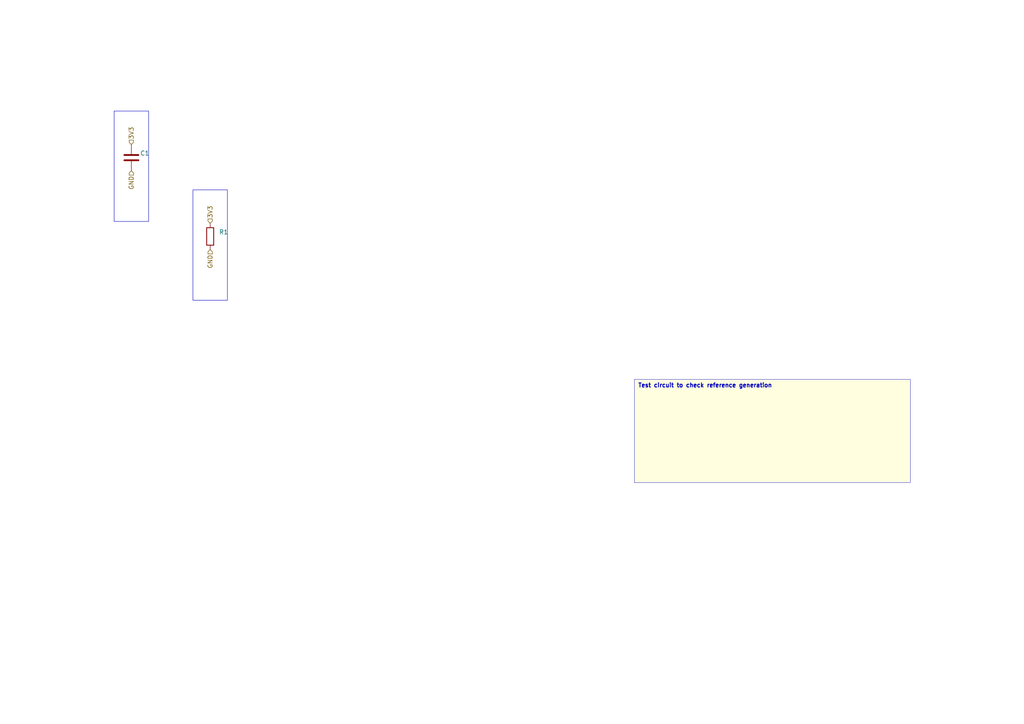
<source format=kicad_sch>
(kicad_sch (version 20250114) (generator "kicad_api") (generator_version 9.0)
  (paper A4)
  (paper A4)
  (lib_symbols
    (symbol "Device:C" (pin_numbers hide) (pin_names (offset 0.254))
      (property "Reference" "C" (at 0.0 0.0 0))
      (property "Value" "C" (at 0.0 0.0 0))
      (symbol "C_0_1"
        (polyline (pts (xy -2.032 0.762) (xy 2.032 0.762)) (stroke (width 0.508)))
        (polyline (pts (xy -2.032 -0.762) (xy 2.032 -0.762)) (stroke (width 0.508)))
      )
      (symbol "C_1_1"
        (pin passive line (at 0.0 3.81 270) (length 2.794) (name ~) (number "1"))
        (pin passive line (at 0.0 -3.81 90) (length 2.794) (name ~) (number "2"))
      )
    )
    (symbol "Device:R" (pin_numbers hide) (pin_names (offset 0.254))
      (property "Reference" "R" (at 0.0 0.0 0))
      (property "Value" "R" (at 0.0 0.0 0))
      (symbol "R_0_1"
        (rectangle (start -1.016 -2.54) (end 1.016 2.54) (stroke (width 0.254)))
      )
      (symbol "R_1_1"
        (pin passive line (at 0.0 3.81 270) (length 1.27) (name ~) (number "1"))
        (pin passive line (at 0.0 -3.81 90) (length 1.27) (name ~) (number "2"))
      )
    )
  )
  (title_block (title TestCircuit) (date 2025-08-04) (company Circuit-Synth))
  (symbol (lib_id Device:R) (at 60.96 68.58 0)
    (property "Reference" "R1" (at 63.5 67.31 0) (effects (justify left)))
    (property "Footprint" "Resistor_SMD:R_0603_1608Metric" (effects (hide yes)))
    (instances (project "circuit" (path "" (reference R1) (unit 1))) (project "test_reference_generation" (path "" (reference R1) (unit 1))))
  )
  (symbol (lib_id Device:C) (at 38.1 45.72 0)
    (property "Reference" "C1" (at 40.64 44.449999999999996 0) (effects (justify left)))
    (property "Footprint" "Capacitor_SMD:C_0603_1608Metric" (effects (hide yes)))
    (instances (project "circuit" (path "" (reference C1) (unit 1))) (project "test_reference_generation" (path "" (reference C1) (unit 1))))
  )
  (hierarchical_label 3V3 (shape input) (at 60.96 64.77 90))
  (hierarchical_label 3V3 (shape input) (at 38.1 41.91 90))
  (hierarchical_label GND (shape input) (at 60.96 72.39 270))
  (hierarchical_label GND (shape input) (at 38.1 49.53 270))
  (rectangle (start 55.96 55.071) (end 65.96000000000001 87.089) (stroke (width 0.127)))
  (rectangle (start 33.1 32.211) (end 43.1 64.229) (stroke (width 0.127)))
  (text_box "Test circuit to check reference generation" (exclude_from_sim yes) (at 184.0 110.0 0) (size 80.0 30.0) (margins 1.0 1.0 1.0 1.0) (stroke (width 0.1)) (fill (type color) (color 255 255 224 1)) (effects (font (size 1.2 1.2) (thickness 0.254)) (justify left top)))
)
</source>
